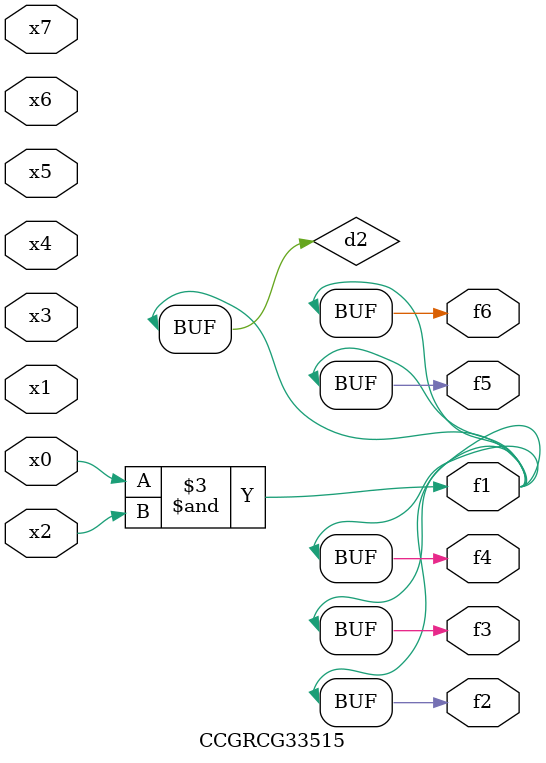
<source format=v>
module CCGRCG33515(
	input x0, x1, x2, x3, x4, x5, x6, x7,
	output f1, f2, f3, f4, f5, f6
);

	wire d1, d2;

	nor (d1, x3, x6);
	and (d2, x0, x2);
	assign f1 = d2;
	assign f2 = d2;
	assign f3 = d2;
	assign f4 = d2;
	assign f5 = d2;
	assign f6 = d2;
endmodule

</source>
